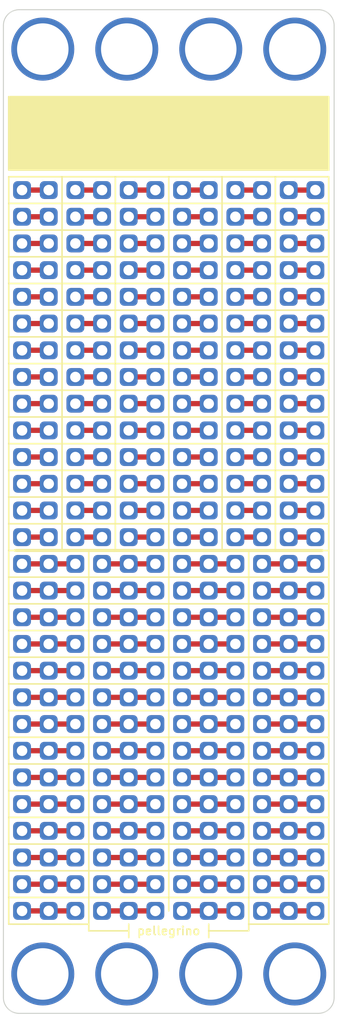
<source format=kicad_pcb>
(kicad_pcb (version 20211014) (generator pcbnew)
  (layers (0 "F.Cu" signal) (31 "B.Cu" signal) (34 "B.Paste" user) (35 "F.Paste" user) (36 "B.SilkS" user "B.Silkscreen") (37 "F.SilkS" user "F.Silkscreen") (38 "B.Mask" user) (39 "F.Mask" user) (44 "Edge.Cuts" user))
  (net 0 "")
  (net 1 "Net-(J1-Pad1)")
  (net 2 "Net-(J1-Pad3)")
  (net 3 "Net-(J1-Pad5)")
  (net 4 "Net-(J1-Pad7)")
  (net 5 "Net-(J1-Pad10)")
  (net 6 "Net-(J1-Pad11)")
  (net 7 "Net-(J2-Pad1)")
  (net 8 "Net-(J2-Pad3)")
  (net 9 "Net-(J2-Pad5)")
  (net 10 "Net-(J2-Pad7)")
  (net 11 "Net-(J2-Pad10)")
  (net 12 "Net-(J2-Pad11)")
  (net 13 "Net-(J3-Pad1)")
  (net 14 "Net-(J3-Pad3)")
  (net 15 "Net-(J3-Pad5)")
  (net 16 "Net-(J3-Pad7)")
  (net 17 "Net-(J3-Pad10)")
  (net 18 "Net-(J3-Pad11)")
  (net 19 "Net-(J4-Pad1)")
  (net 20 "Net-(J4-Pad3)")
  (net 21 "Net-(J4-Pad5)")
  (net 22 "Net-(J4-Pad7)")
  (net 23 "Net-(J4-Pad10)")
  (net 24 "Net-(J4-Pad11)")
  (net 25 "Net-(J5-Pad1)")
  (net 26 "Net-(J5-Pad3)")
  (net 27 "Net-(J5-Pad5)")
  (net 28 "Net-(J5-Pad7)")
  (net 29 "Net-(J5-Pad10)")
  (net 30 "Net-(J5-Pad11)")
  (net 31 "Net-(J6-Pad1)")
  (net 32 "Net-(J6-Pad3)")
  (net 33 "Net-(J6-Pad5)")
  (net 34 "Net-(J6-Pad7)")
  (net 35 "Net-(J6-Pad10)")
  (net 36 "Net-(J6-Pad11)")
  (net 37 "Net-(J7-Pad1)")
  (net 38 "Net-(J7-Pad3)")
  (net 39 "Net-(J7-Pad5)")
  (net 40 "Net-(J7-Pad7)")
  (net 41 "Net-(J7-Pad10)")
  (net 42 "Net-(J7-Pad11)")
  (net 43 "Net-(J8-Pad1)")
  (net 44 "Net-(J8-Pad3)")
  (net 45 "Net-(J8-Pad5)")
  (net 46 "Net-(J8-Pad7)")
  (net 47 "Net-(J8-Pad10)")
  (net 48 "Net-(J8-Pad11)")
  (net 49 "Net-(J9-Pad1)")
  (net 50 "Net-(J9-Pad3)")
  (net 51 "Net-(J9-Pad5)")
  (net 52 "Net-(J9-Pad7)")
  (net 53 "Net-(J9-Pad10)")
  (net 54 "Net-(J9-Pad11)")
  (net 55 "Net-(J10-Pad1)")
  (net 56 "Net-(J10-Pad3)")
  (net 57 "Net-(J10-Pad5)")
  (net 58 "Net-(J10-Pad7)")
  (net 59 "Net-(J10-Pad10)")
  (net 60 "Net-(J10-Pad11)")
  (net 61 "Net-(J11-Pad1)")
  (net 62 "Net-(J11-Pad3)")
  (net 63 "Net-(J11-Pad5)")
  (net 64 "Net-(J11-Pad7)")
  (net 65 "Net-(J11-Pad10)")
  (net 66 "Net-(J11-Pad11)")
  (net 67 "Net-(J12-Pad1)")
  (net 68 "Net-(J12-Pad3)")
  (net 69 "Net-(J12-Pad5)")
  (net 70 "Net-(J12-Pad7)")
  (net 71 "Net-(J12-Pad10)")
  (net 72 "Net-(J12-Pad11)")
  (net 73 "Net-(J13-Pad1)")
  (net 74 "Net-(J13-Pad3)")
  (net 75 "Net-(J13-Pad5)")
  (net 76 "Net-(J13-Pad7)")
  (net 77 "Net-(J13-Pad10)")
  (net 78 "Net-(J13-Pad11)")
  (net 79 "Net-(J14-Pad1)")
  (net 80 "Net-(J14-Pad3)")
  (net 81 "Net-(J14-Pad5)")
  (net 82 "Net-(J14-Pad7)")
  (net 83 "Net-(J14-Pad10)")
  (net 84 "Net-(J14-Pad11)")
  (net 85 "Net-(J15-Pad1)")
  (net 86 "Net-(J15-Pad4)")
  (net 87 "Net-(J15-Pad7)")
  (net 88 "Net-(J15-Pad10)")
  (net 89 "Net-(J16-Pad1)")
  (net 90 "Net-(J16-Pad4)")
  (net 91 "Net-(J16-Pad7)")
  (net 92 "Net-(J16-Pad10)")
  (net 93 "Net-(J17-Pad1)")
  (net 94 "Net-(J17-Pad4)")
  (net 95 "Net-(J17-Pad7)")
  (net 96 "Net-(J17-Pad10)")
  (net 97 "Net-(J18-Pad1)")
  (net 98 "Net-(J18-Pad4)")
  (net 99 "Net-(J18-Pad7)")
  (net 100 "Net-(J18-Pad10)")
  (net 101 "Net-(J19-Pad1)")
  (net 102 "Net-(J19-Pad4)")
  (net 103 "Net-(J19-Pad7)")
  (net 104 "Net-(J19-Pad10)")
  (net 105 "Net-(J20-Pad1)")
  (net 106 "Net-(J20-Pad4)")
  (net 107 "Net-(J20-Pad7)")
  (net 108 "Net-(J20-Pad10)")
  (net 109 "Net-(J21-Pad1)")
  (net 110 "Net-(J21-Pad4)")
  (net 111 "Net-(J21-Pad7)")
  (net 112 "Net-(J21-Pad10)")
  (net 113 "Net-(J22-Pad1)")
  (net 114 "Net-(J22-Pad4)")
  (net 115 "Net-(J22-Pad7)")
  (net 116 "Net-(J22-Pad10)")
  (net 117 "Net-(J23-Pad1)")
  (net 118 "Net-(J23-Pad4)")
  (net 119 "Net-(J23-Pad7)")
  (net 120 "Net-(J23-Pad10)")
  (net 121 "Net-(J24-Pad1)")
  (net 122 "Net-(J24-Pad4)")
  (net 123 "Net-(J24-Pad7)")
  (net 124 "Net-(J24-Pad10)")
  (net 125 "Net-(J25-Pad1)")
  (net 126 "Net-(J25-Pad4)")
  (net 127 "Net-(J25-Pad7)")
  (net 128 "Net-(J25-Pad10)")
  (net 129 "Net-(J26-Pad1)")
  (net 130 "Net-(J26-Pad4)")
  (net 131 "Net-(J26-Pad7)")
  (net 132 "Net-(J26-Pad10)")
  (net 133 "Net-(J27-Pad1)")
  (net 134 "Net-(J27-Pad4)")
  (net 135 "Net-(J27-Pad7)")
  (net 136 "Net-(J27-Pad10)")
  (net 137 "Net-(J28-Pad1)")
  (net 138 "Net-(J28-Pad4)")
  (net 139 "Net-(J28-Pad7)")
  (net 140 "Net-(J28-Pad10)")
  (footprint "Wrap:PinHeader_1x12_P2.54mm_Vertical" (layer "F.Cu") (at 104.14 73.66 90)
    (fp_text reference "J5" hide)
    (fp_text value "Conn_01x12")
  )
  (footprint "Wrap:PinHeader_1x12_P2.54mm_Vertical" (layer "F.Cu") (at 104.14 129.5475 90)
    (fp_text reference "J27" hide)
    (fp_text value "Conn_01x12")
  )
  (footprint "Wrap:brick-1x4" (layer "F.Cu") (at 106.115 50.0875 90)
    (fp_text reference "J30" hide)
    (fp_text value "Conn_01x04")
  )
  (footprint "Wrap:PinHeader_1x12_P2.54mm_Vertical" (layer "F.Cu") (at 104.14 66.04 90)
    (fp_text reference "J2" hide)
    (fp_text value "Conn_01x12")
  )
  (footprint "Wrap:PinHeader_1x12_P2.54mm_Vertical" (layer "F.Cu") (at 104.14 121.9275 90)
    (fp_text reference "J24" hide)
    (fp_text value "Conn_01x12")
  )
  (footprint "Wrap:PinHeader_1x12_P2.54mm_Vertical" (layer "F.Cu") (at 104.14 109.2275 90)
    (fp_text reference "J19" hide)
    (fp_text value "Conn_01x12")
  )
  (footprint "Wrap:PinHeader_1x12_P2.54mm_Vertical" (layer "F.Cu") (at 104.14 96.5275 90)
    (fp_text reference "J14" hide)
    (fp_text value "Conn_01x12")
  )
  (footprint "Wrap:PinHeader_1x12_P2.54mm_Vertical" (layer "F.Cu") (at 104.14 111.7675 90)
    (fp_text reference "J20" hide)
    (fp_text value "Conn_01x12")
  )
  (footprint "Wrap:PinHeader_1x12_P2.54mm_Vertical" (layer "F.Cu") (at 104.14 124.4675 90)
    (fp_text reference "J25" hide)
    (fp_text value "Conn_01x12")
  )
  (footprint "Wrap:PinHeader_1x12_P2.54mm_Vertical" (layer "F.Cu") (at 104.14 86.3675 90)
    (fp_text reference "J10" hide)
    (fp_text value "Conn_01x12")
  )
  (footprint "Wrap:PinHeader_1x12_P2.54mm_Vertical" (layer "F.Cu") (at 104.14 127.0075 90)
    (fp_text reference "J26" hide)
    (fp_text value "Conn_01x12")
  )
  (footprint "Wrap:PinHeader_1x12_P2.54mm_Vertical" (layer "F.Cu") (at 104.14 104.1475 90)
    (fp_text reference "J17" hide)
    (fp_text value "Conn_01x12")
  )
  (footprint "Wrap:PinHeader_1x12_P2.54mm_Vertical" (layer "F.Cu") (at 104.14 88.9075 90)
    (fp_text reference "J11" hide)
    (fp_text value "Conn_01x12")
  )
  (footprint "Wrap:PinHeader_1x12_P2.54mm_Vertical" (layer "F.Cu") (at 104.14 81.2875 90)
    (fp_text reference "J8" hide)
    (fp_text value "Conn_01x12")
  )
  (footprint "Wrap:PinHeader_1x12_P2.54mm_Vertical" (layer "F.Cu") (at 104.14 68.58 90)
    (fp_text reference "J3" hide)
    (fp_text value "Conn_01x12")
  )
  (footprint "Wrap:PinHeader_1x12_P2.54mm_Vertical" (layer "F.Cu") (at 104.14 99.0675 90)
    (fp_text reference "J15" hide)
    (fp_text value "Conn_01x12")
  )
  (footprint "Wrap:PinHeader_1x12_P2.54mm_Vertical" (layer "F.Cu") (at 104.14 71.12 90)
    (fp_text reference "J4" hide)
    (fp_text value "Conn_01x12")
  )
  (footprint "Wrap:brick-1x4" (layer "F.Cu") (at 106.115 138.0875 90)
    (fp_text reference "J29" hide)
    (fp_text value "Conn_01x04")
  )
  (footprint "Wrap:PinHeader_1x12_P2.54mm_Vertical" (layer "F.Cu") (at 104.14 83.8275 90)
    (fp_text reference "J9" hide)
    (fp_text value "Conn_01x12")
  )
  (footprint "Wrap:PinHeader_1x12_P2.54mm_Vertical" (layer "F.Cu") (at 104.14 132.0875 90)
    (fp_text reference "J28" hide)
    (fp_text value "Conn_01x12")
  )
  (footprint "Wrap:PinHeader_1x12_P2.54mm_Vertical" (layer "F.Cu") (at 104.14 76.2 90)
    (fp_text reference "J6" hide)
    (fp_text value "Conn_01x12")
  )
  (footprint "Wrap:PinHeader_1x12_P2.54mm_Vertical" (layer "F.Cu") (at 104.14 78.7475 90)
    (fp_text reference "J7" hide)
    (fp_text value "Conn_01x12")
  )
  (footprint "Wrap:PinHeader_1x12_P2.54mm_Vertical" (layer "F.Cu") (at 104.14 91.4475 90)
    (fp_text reference "J12" hide)
    (fp_text value "Conn_01x12")
  )
  (footprint "Wrap:PinHeader_1x12_P2.54mm_Vertical" (layer "F.Cu") (at 104.14 101.6075 90)
    (fp_text reference "J16" hide)
    (fp_text value "Conn_01x12")
  )
  (footprint "Wrap:PinHeader_1x12_P2.54mm_Vertical" (layer "F.Cu") (at 104.14 114.3075 90)
    (fp_text reference "J21" hide)
    (fp_text value "Conn_01x12")
  )
  (footprint "Wrap:PinHeader_1x12_P2.54mm_Vertical" (layer "F.Cu") (at 104.14 93.9875 90)
    (fp_text reference "J13" hide)
    (fp_text value "Conn_01x12")
  )
  (footprint "Wrap:PinHeader_1x12_P2.54mm_Vertical" (layer "F.Cu") (at 104.14 116.8475 90)
    (fp_text reference "J22" hide)
    (fp_text value "Conn_01x12")
  )
  (footprint "Wrap:PinHeader_1x12_P2.54mm_Vertical" (layer "F.Cu") (at 104.14 63.5 90)
    (fp_text reference "J1" hide)
    (fp_text value "Conn_01x12")
  )
  (footprint "Wrap:PinHeader_1x12_P2.54mm_Vertical" (layer "F.Cu") (at 104.14 119.3875 90)
    (fp_text reference "J23" hide)
    (fp_text value "Conn_01x12")
  )
  (footprint "Wrap:PinHeader_1x12_P2.54mm_Vertical" (layer "F.Cu") (at 104.14 106.6875 90)
    (fp_text reference "J18" hide)
    (fp_text value "Conn_01x12")
  )
  (gr_line (start 102.87 90.17) (end 133.35 90.17) (layer "F.SilkS") (width 0.15))
  (gr_line (start 102.87 113.03) (end 133.35 113.03) (layer "F.SilkS") (width 0.15))
  (gr_line (start 102.87 74.93) (end 133.35 74.93) (layer "F.SilkS") (width 0.15))
  (gr_line (start 118.11 62.23) (end 118.115 97.7975) (layer "F.SilkS") (width 0.15))
  (gr_line (start 102.87 110.49) (end 133.35 110.49) (layer "F.SilkS") (width 0.15))
  (gr_line (start 102.87 100.33) (end 133.35 100.33) (layer "F.SilkS") (width 0.15))
  (gr_line (start 110.49 97.79) (end 110.495 133.3575) (layer "F.SilkS") (width 0.15))
  (gr_line (start 125.73 133.35) (end 125.73 133.985) (layer "F.SilkS") (width 0.15))
  (gr_line (start 125.73 133.985) (end 121.92 133.985) (layer "F.SilkS") (width 0.15))
  (gr_line (start 121.92 133.35) (end 121.92 134.62) (layer "F.SilkS") (width 0.15))
  (gr_line (start 110.49 133.985) (end 114.3 133.985) (layer "F.SilkS") (width 0.15))
  (gr_line (start 102.87 62.23) (end 133.35 62.23) (layer "F.SilkS") (width 0.15))
  (gr_line (start 110.495 133.3575) (end 110.49 133.985) (layer "F.SilkS") (width 0.15))
  (gr_line (start 102.87 77.47) (end 133.35 77.47) (layer "F.SilkS") (width 0.15))
  (gr_line (start 133.35 97.7975) (end 133.35 133.35) (layer "F.SilkS") (width 0.15))
  (gr_line (start 102.87 72.39) (end 133.35 72.39) (layer "F.SilkS") (width 0.15))
  (gr_line (start 102.87 97.7975) (end 133.35 97.7975) (layer "F.SilkS") (width 0.15))
  (gr_line (start 128.27 62.23) (end 128.275 97.7975) (layer "F.SilkS") (width 0.15))
  (gr_line (start 133.345 62.23) (end 133.35 97.7975) (layer "F.SilkS") (width 0.15))
  (gr_line (start 114.3 133.35) (end 114.3 134.62) (layer "F.SilkS") (width 0.15))
  (gr_line (start 102.87 133.35) (end 110.495 133.3575) (layer "F.SilkS") (width 0.15))
  (gr_line (start 102.87 107.95) (end 133.35 107.95) (layer "F.SilkS") (width 0.15))
  (gr_line (start 102.87 130.81) (end 133.35 130.81) (layer "F.SilkS") (width 0.15))
  (gr_line (start 123.19 62.23) (end 123.195 97.7975) (layer "F.SilkS") (width 0.15))
  (gr_line (start 102.87 64.77) (end 133.35 64.77) (layer "F.SilkS") (width 0.15))
  (gr_line (start 107.95 62.23) (end 107.95 97.79) (layer "F.SilkS") (width 0.15))
  (gr_line (start 102.87 105.41) (end 133.35 105.41) (layer "F.SilkS") (width 0.15))
  (gr_line (start 102.87 80.01) (end 133.35 80.01) (layer "F.SilkS") (width 0.15))
  (gr_line (start 102.87 62.23) (end 102.87 97.79) (layer "F.SilkS") (width 0.15))
  (gr_line (start 102.87 120.65) (end 133.35 120.65) (layer "F.SilkS") (width 0.15))
  (gr_line (start 102.87 95.25) (end 133.35 95.25) (layer "F.SilkS") (width 0.15))
  (gr_line (start 125.725 97.7825) (end 125.73 133.35) (layer "F.SilkS") (width 0.15))
  (gr_line (start 102.87 115.57) (end 133.35 115.57) (layer "F.SilkS") (width 0.15))
  (gr_line (start 103.505 97.79) (end 132.715 97.7975) (layer "F.SilkS") (width 0.3))
  (gr_poly (pts (xy 133.35 61.595) (xy 102.87 61.595) (xy 102.87 54.61) (xy 133.35 54.61)) (layer "F.SilkS") (width 0.15) (fill solid))
  (gr_line (start 102.865 97.7825) (end 102.87 133.35) (layer "F.SilkS") (width 0.15))
  (gr_line (start 102.87 82.55) (end 133.35 82.55) (layer "F.SilkS") (width 0.15))
  (gr_line (start 102.87 85.09) (end 133.35 85.09) (layer "F.SilkS") (width 0.15))
  (gr_line (start 102.87 87.63) (end 133.35 87.63) (layer "F.SilkS") (width 0.15))
  (gr_line (start 102.87 67.31) (end 133.35 67.31) (layer "F.SilkS") (width 0.15))
  (gr_line (start 133.35 133.35) (end 125.73 133.35) (layer "F.SilkS") (width 0.15))
  (gr_line (start 102.87 102.87) (end 133.35 102.87) (layer "F.SilkS") (width 0.15))
  (gr_line (start 102.87 123.19) (end 133.35 123.19) (layer "F.SilkS") (width 0.15))
  (gr_line (start 118.11 97.79) (end 118.11 132.08) (layer "F.SilkS") (width 0.15))
  (gr_line (start 113.03 62.23) (end 113.03 97.79) (layer "F.SilkS") (width 0.15))
  (gr_line (start 102.87 69.85) (end 133.35 69.85) (layer "F.SilkS") (width 0.15))
  (gr_line (start 102.87 125.73) (end 133.35 125.73) (layer "F.SilkS") (width 0.15))
  (gr_line (start 102.87 92.71) (end 133.35 92.71) (layer "F.SilkS") (width 0.15))
  (gr_line (start 102.87 118.11) (end 133.35 118.11) (layer "F.SilkS") (width 0.15))
  (gr_line (start 102.87 128.27) (end 133.35 128.27) (layer "F.SilkS") (width 0.15))
  (gr_line (start 103.865 46.3375) (end 132.365 46.3375) (layer "Edge.Cuts") (width 0.1))
  (gr_line (start 133.865 47.8375) (end 133.865 140.3375) (layer "Edge.Cuts") (width 0.1))
  (gr_line (start 102.365 140.3375) (end 102.365 47.8375) (layer "Edge.Cuts") (width 0.1))
  (gr_arc (start 133.865 140.3375) (mid 133.42566 141.39816) (end 132.365 141.8375) (layer "Edge.Cuts") (width 0.1))
  (gr_arc (start 102.365 47.8375) (mid 102.80434 46.77684) (end 103.865 46.3375) (layer "Edge.Cuts") (width 0.1))
  (gr_arc (start 132.365 46.3375) (mid 133.42566 46.77684) (end 133.865 47.8375) (layer "Edge.Cuts") (width 0.1))
  (gr_arc (start 103.865 141.8375) (mid 102.80434 141.39816) (end 102.365 140.3375) (layer "Edge.Cuts") (width 0.1))
  (gr_line (start 132.365 141.8375) (end 103.865 141.8375) (layer "Edge.Cuts") (width 0.1))
  (gr_text "pellegrino" (at 118.11 133.985) (layer "F.SilkS") (effects (font (size 0.8 0.8))))
  (segment (start 104.14 63.5) (end 106.68 63.5) (width 0.5) (layer "F.Cu") (net 1))
  (segment (start 109.22 63.5) (end 111.76 63.5) (width 0.5) (layer "F.Cu") (net 2))
  (segment (start 114.3 63.5) (end 116.84 63.5) (width 0.5) (layer "F.Cu") (net 3))
  (segment (start 119.38 63.5) (end 121.92 63.5) (width 0.5) (layer "F.Cu") (net 4))
  (segment (start 124.46 63.5) (end 127 63.5) (width 0.5) (layer "F.Cu") (net 5))
  (segment (start 129.54 63.5) (end 132.08 63.5) (width 0.5) (layer "F.Cu") (net 6))
  (segment (start 104.14 66.04) (end 106.68 66.04) (width 0.5) (layer "F.Cu") (net 7))
  (segment (start 109.22 66.04) (end 111.76 66.04) (width 0.5) (layer "F.Cu") (net 8))
  (segment (start 114.3 66.04) (end 116.84 66.04) (width 0.5) (layer "F.Cu") (net 9))
  (segment (start 119.38 66.04) (end 121.92 66.04) (width 0.5) (layer "F.Cu") (net 10))
  (segment (start 124.46 66.04) (end 127 66.04) (width 0.5) (layer "F.Cu") (net 11))
  (segment (start 129.54 66.04) (end 132.08 66.04) (width 0.5) (layer "F.Cu") (net 12))
  (segment (start 104.14 68.58) (end 106.68 68.58) (width 0.5) (layer "F.Cu") (net 13))
  (segment (start 109.22 68.58) (end 111.76 68.58) (width 0.5) (layer "F.Cu") (net 14))
  (segment (start 114.3 68.58) (end 116.84 68.58) (width 0.5) (layer "F.Cu") (net 15))
  (segment (start 119.38 68.58) (end 121.92 68.58) (width 0.5) (layer "F.Cu") (net 16))
  (segment (start 124.46 68.58) (end 127 68.58) (width 0.5) (layer "F.Cu") (net 17))
  (segment (start 129.54 68.58) (end 132.08 68.58) (width 0.5) (layer "F.Cu") (net 18))
  (segment (start 104.14 71.12) (end 106.68 71.12) (width 0.5) (layer "F.Cu") (net 19))
  (segment (start 109.22 71.12) (end 111.76 71.12) (width 0.5) (layer "F.Cu") (net 20))
  (segment (start 114.3 71.12) (end 116.84 71.12) (width 0.5) (layer "F.Cu") (net 21))
  (segment (start 119.38 71.12) (end 121.92 71.12) (width 0.5) (layer "F.Cu") (net 22))
  (segment (start 124.46 71.12) (end 127 71.12) (width 0.5) (layer "F.Cu") (net 23))
  (segment (start 129.54 71.12) (end 132.08 71.12) (width 0.5) (layer "F.Cu") (net 24))
  (segment (start 104.14 73.66) (end 106.68 73.66) (width 0.5) (layer "F.Cu") (net 25))
  (segment (start 109.22 73.66) (end 111.76 73.66) (width 0.5) (layer "F.Cu") (net 26))
  (segment (start 114.3 73.66) (end 116.84 73.66) (width 0.5) (layer "F.Cu") (net 27))
  (segment (start 119.38 73.66) (end 121.92 73.66) (width 0.5) (layer "F.Cu") (net 28))
  (segment (start 124.46 73.66) (end 127 73.66) (width 0.5) (layer "F.Cu") (net 29))
  (segment (start 129.54 73.66) (end 132.08 73.66) (width 0.5) (layer "F.Cu") (net 30))
  (segment (start 104.14 76.2) (end 106.68 76.2) (width 0.5) (layer "F.Cu") (net 31))
  (segment (start 109.22 76.2) (end 111.76 76.2) (width 0.5) (layer "F.Cu") (net 32))
  (segment (start 114.3 76.2) (end 116.84 76.2) (width 0.5) (layer "F.Cu") (net 33))
  (segment (start 119.38 76.2) (end 121.92 76.2) (width 0.5) (layer "F.Cu") (net 34))
  (segment (start 124.46 76.2) (end 127 76.2) (width 0.5) (layer "F.Cu") (net 35))
  (segment (start 129.54 76.2) (end 132.08 76.2) (width 0.5) (layer "F.Cu") (net 36))
  (segment (start 104.14 78.74) (end 106.68 78.74) (width 0.5) (layer "F.Cu") (net 37))
  (segment (start 109.22 78.74) (end 111.76 78.74) (width 0.5) (layer "F.Cu") (net 38))
  (segment (start 114.3 78.74) (end 116.84 78.74) (width 0.5) (layer "F.Cu") (net 39))
  (segment (start 119.38 78.74) (end 121.92 78.74) (width 0.5) (layer "F.Cu") (net 40))
  (segment (start 124.46 78.74) (end 127 78.74) (width 0.5) (layer "F.Cu") (net 41))
  (segment (start 129.54 78.74) (end 132.08 78.74) (width 0.5) (layer "F.Cu") (net 42))
  (segment (start 104.14 81.28) (end 106.68 81.28) (width 0.5) (layer "F.Cu") (net 43))
  (segment (start 109.22 81.28) (end 111.76 81.28) (width 0.5) (layer "F.Cu") (net 44))
  (segment (start 114.3 81.28) (end 116.84 81.28) (width 0.5) (layer "F.Cu") (net 45))
  (segment (start 119.38 81.28) (end 121.92 81.28) (width 0.5) (layer "F.Cu") (net 46))
  (segment (start 124.46 81.28) (end 127 81.28) (width 0.5) (layer "F.Cu") (net 47))
  (segment (start 129.54 81.28) (end 132.08 81.28) (width 0.5) (layer "F.Cu") (net 48))
  (segment (start 104.14 83.82) (end 106.68 83.82) (width 0.5) (layer "F.Cu") (net 49))
  (segment (start 109.22 83.82) (end 111.76 83.82) (width 0.5) (layer "F.Cu") (net 50))
  (segment (start 114.3 83.82) (end 116.84 83.82) (width 0.5) (layer "F.Cu") (net 51))
  (segment (start 119.38 83.82) (end 121.92 83.82) (width 0.5) (layer "F.Cu") (net 52))
  (segment (start 124.46 83.82) (end 127 83.82) (width 0.5) (layer "F.Cu") (net 53))
  (segment (start 129.54 83.82) (end 132.08 83.82) (width 0.5) (layer "F.Cu") (net 54))
  (segment (start 104.14 86.36) (end 106.68 86.36) (width 0.5) (layer "F.Cu") (net 55))
  (segment (start 109.22 86.36) (end 111.76 86.36) (width 0.5) (layer "F.Cu") (net 56))
  (segment (start 114.3 86.36) (end 116.84 86.36) (width 0.5) (layer "F.Cu") (net 57))
  (segment (start 119.38 86.36) (end 121.92 86.36) (width 0.5) (layer "F.Cu") (net 58))
  (segment (start 124.46 86.36) (end 127 86.36) (width 0.5) (layer "F.Cu") (net 59))
  (segment (start 129.54 86.36) (end 132.08 86.36) (width 0.5) (layer "F.Cu") (net 60))
  (segment (start 104.14 88.9) (end 106.68 88.9) (width 0.5) (layer "F.Cu") (net 61))
  (segment (start 109.22 88.9) (end 111.76 88.9) (width 0.5) (layer "F.Cu") (net 62))
  (segment (start 114.3 88.9) (end 116.84 88.9) (width 0.5) (layer "F.Cu") (net 63))
  (segment (start 119.38 88.9) (end 121.92 88.9) (width 0.5) (layer "F.Cu") (net 64))
  (segment (start 124.46 88.9) (end 127 88.9) (width 0.5) (layer "F.Cu") (net 65))
  (segment (start 129.54 88.9) (end 132.08 88.9) (width 0.5) (layer "F.Cu") (net 66))
  (segment (start 104.14 91.44) (end 106.68 91.44) (width 0.5) (layer "F.Cu") (net 67))
  (segment (start 109.22 91.44) (end 111.76 91.44) (width 0.5) (layer "F.Cu") (net 68))
  (segment (start 114.3 91.44) (end 116.84 91.44) (width 0.5) (layer "F.Cu") (net 69))
  (segment (start 119.38 91.44) (end 121.92 91.44) (width 0.5) (layer "F.Cu") (net 70))
  (segment (start 124.46 91.44) (end 127 91.44) (width 0.5) (layer "F.Cu") (net 71))
  (segment (start 129.54 91.44) (end 132.08 91.44) (width 0.5) (layer "F.Cu") (net 72))
  (segment (start 104.14 93.98) (end 106.68 93.98) (width 0.5) (layer "F.Cu") (net 73))
  (segment (start 109.22 93.98) (end 111.76 93.98) (width 0.5) (layer "F.Cu") (net 74))
  (segment (start 114.3 93.98) (end 116.84 93.98) (width 0.5) (layer "F.Cu") (net 75))
  (segment (start 119.38 93.98) (end 121.92 93.98) (width 0.5) (layer "F.Cu") (net 76))
  (segment (start 124.46 93.98) (end 127 93.98) (width 0.5) (layer "F.Cu") (net 77))
  (segment (start 129.54 93.98) (end 132.08 93.98) (width 0.5) (layer "F.Cu") (net 78))
  (segment (start 104.14 96.52) (end 106.68 96.52) (width 0.5) (layer "F.Cu") (net 79))
  (segment (start 109.22 96.52) (end 111.76 96.52) (width 0.5) (layer "F.Cu") (net 80))
  (segment (start 114.3 96.52) (end 116.84 96.52) (width 0.5) (layer "F.Cu") (net 81))
  (segment (start 119.38 96.52) (end 121.92 96.52) (width 0.5) (layer "F.Cu") (net 82))
  (segment (start 124.46 96.52) (end 127 96.52) (width 0.5) (layer "F.Cu") (net 83))
  (segment (start 129.54 96.52) (end 132.08 96.52) (width 0.5) (layer "F.Cu") (net 84))
  (segment (start 104.14 99.0675) (end 109.22 99.0675) (width 0.5) (layer "F.Cu") (net 85))
  (segment (start 111.76 99.0675) (end 116.84 99.0675) (width 0.5) (layer "F.Cu") (net 86))
  (segment (start 119.38 99.0675) (end 124.46 99.0675) (width 0.5) (layer "F.Cu") (net 87))
  (segment (start 127 99.0675) (end 132.08 99.0675) (width 0.5) (layer "F.Cu") (net 88))
  (segment (start 104.14 101.6075) (end 109.22 101.6075) (width 0.5) (layer "F.Cu") (net 89))
  (segment (start 111.76 101.6075) (end 116.84 101.6075) (width 0.5) (layer "F.Cu") (net 90))
  (segment (start 119.38 101.6075) (end 124.46 101.6075) (width 0.5) (layer "F.Cu") (net 91))
  (segment (start 127 101.6075) (end 132.08 101.6075) (width 0.5) (layer "F.Cu") (net 92))
  (segment (start 104.14 104.1475) (end 109.22 104.1475) (width 0.5) (layer "F.Cu") (net 93))
  (segment (start 111.76 104.1475) (end 116.84 104.1475) (width 0.5) (layer "F.Cu") (net 94))
  (segment (start 119.38 104.1475) (end 124.46 104.1475) (width 0.5) (layer "F.Cu") (net 95))
  (segment (start 127 104.1475) (end 132.08 104.1475) (width 0.5) (layer "F.Cu") (net 96))
  (segment (start 104.14 106.6875) (end 109.22 106.6875) (width 0.5) (layer "F.Cu") (net 97))
  (segment (start 111.76 106.6875) (end 116.84 106.6875) (width 0.5) (layer "F.Cu") (net 98))
  (segment (start 119.38 106.6875) (end 124.46 106.6875) (width 0.5) (layer "F.Cu") (net 99))
  (segment (start 127 106.6875) (end 132.08 106.6875) (width 0.5) (layer "F.Cu") (net 100))
  (segment (start 104.14 109.2275) (end 109.22 109.2275) (width 0.5) (layer "F.Cu") (net 101))
  (segment (start 111.76 109.2275) (end 116.84 109.2275) (width 0.5) (layer "F.Cu") (net 102))
  (segment (start 119.38 109.2275) (end 124.46 109.2275) (width 0.5) (layer "F.Cu") (net 103))
  (segment (start 127 109.2275) (end 132.08 109.2275) (width 0.5) (layer "F.Cu") (net 104))
  (segment (start 104.14 111.7675) (end 109.22 111.7675) (width 0.5) (layer "F.Cu") (net 105))
  (segment (start 111.76 111.7675) (end 116.84 111.7675) (width 0.5) (layer "F.Cu") (net 106))
  (segment (start 119.38 111.7675) (end 124.46 111.7675) (width 0.5) (layer "F.Cu") (net 107))
  (segment (start 127 111.7675) (end 132.08 111.7675) (width 0.5) (layer "F.Cu") (net 108))
  (segment (start 104.14 114.3075) (end 109.22 114.3075) (width 0.5) (layer "F.Cu") (net 109))
  (segment (start 111.76 114.3075) (end 116.84 114.3075) (width 0.5) (layer "F.Cu") (net 110))
  (segment (start 119.38 114.3075) (end 124.46 114.3075) (width 0.5) (layer "F.Cu") (net 111))
  (segment (start 127 114.3075) (end 132.08 114.3075) (width 0.5) (layer "F.Cu") (net 112))
  (segment (start 104.14 116.8475) (end 109.22 116.8475) (width 0.5) (layer "F.Cu") (net 113))
  (segment (start 111.76 116.8475) (end 116.84 116.8475) (width 0.5) (layer "F.Cu") (net 114))
  (segment (start 119.38 116.8475) (end 124.46 116.8475) (width 0.5) (layer "F.Cu") (net 115))
  (segment (start 127 116.8475) (end 132.08 116.8475) (width 0.5) (layer "F.Cu") (net 116))
  (segment (start 104.14 119.3875) (end 109.22 119.3875) (width 0.5) (layer "F.Cu") (net 117))
  (segment (start 111.76 119.3875) (end 116.84 119.3875) (width 0.5) (layer "F.Cu") (net 118))
  (segment (start 119.38 119.3875) (end 124.46 119.3875) (width 0.5) (layer "F.Cu") (net 119))
  (segment (start 127 119.3875) (end 132.08 119.3875) (width 0.5) (layer "F.Cu") (net 120))
  (segment (start 104.14 121.9275) (end 109.22 121.9275) (width 0.5) (layer "F.Cu") (net 121))
  (segment (start 111.76 121.9275) (end 116.84 121.9275) (width 0.5) (layer "F.Cu") (net 122))
  (segment (start 119.38 121.9275) (end 124.46 121.9275) (width 0.5) (layer "F.Cu") (net 123))
  (segment (start 127 121.9275) (end 132.08 121.9275) (width 0.5) (layer "F.Cu") (net 124))
  (segment (start 104.14 124.4675) (end 109.22 124.4675) (width 0.5) (layer "F.Cu") (net 125))
  (segment (start 111.76 124.4675) (end 116.84 124.4675) (width 0.5) (layer "F.Cu") (net 126))
  (segment (start 119.38 124.4675) (end 124.46 124.4675) (width 0.5) (layer "F.Cu") (net 127))
  (segment (start 127 124.4675) (end 132.08 124.4675) (width 0.5) (layer "F.Cu") (net 128))
  (segment (start 104.14 127.0075) (end 109.22 127.0075) (width 0.5) (layer "F.Cu") (net 129))
  (segment (start 111.76 127.0075) (end 116.84 127.0075) (width 0.5) (layer "F.Cu") (net 130))
  (segment (start 119.38 127.0075) (end 124.46 127.0075) (width 0.5) (layer "F.Cu") (net 131))
  (segment (start 127 127.0075) (end 132.08 127.0075) (width 0.5) (layer "F.Cu") (net 132))
  (segment (start 104.14 129.5475) (end 109.22 129.5475) (width 0.5) (layer "F.Cu") (net 133))
  (segment (start 111.76 129.5475) (end 116.84 129.5475) (width 0.5) (layer "F.Cu") (net 134))
  (segment (start 119.38 129.5475) (end 124.46 129.5475) (width 0.5) (layer "F.Cu") (net 135))
  (segment (start 127 129.5475) (end 132.08 129.5475) (width 0.5) (layer "F.Cu") (net 136))
  (segment (start 104.14 132.0875) (end 109.22 132.0875) (width 0.5) (layer "F.Cu") (net 137))
  (segment (start 111.76 132.0875) (end 116.84 132.0875) (width 0.5) (layer "F.Cu") (net 138))
  (segment (start 119.38 132.0875) (end 124.46 132.0875) (width 0.5) (layer "F.Cu") (net 139))
  (segment (start 127 132.0875) (end 132.08 132.0875) (width 0.5) (layer "F.Cu") (net 140))
)
</source>
